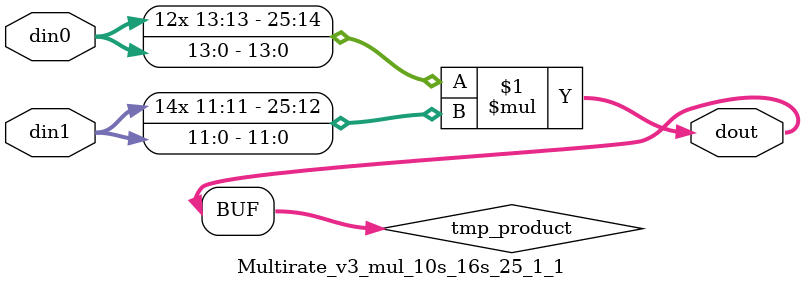
<source format=v>

`timescale 1 ns / 1 ps

 module Multirate_v3_mul_10s_16s_25_1_1(din0, din1, dout);
parameter ID = 1;
parameter NUM_STAGE = 0;
parameter din0_WIDTH = 14;
parameter din1_WIDTH = 12;
parameter dout_WIDTH = 26;

input [din0_WIDTH - 1 : 0] din0; 
input [din1_WIDTH - 1 : 0] din1; 
output [dout_WIDTH - 1 : 0] dout;

wire signed [dout_WIDTH - 1 : 0] tmp_product;



























assign tmp_product = $signed(din0) * $signed(din1);








assign dout = tmp_product;





















endmodule

</source>
